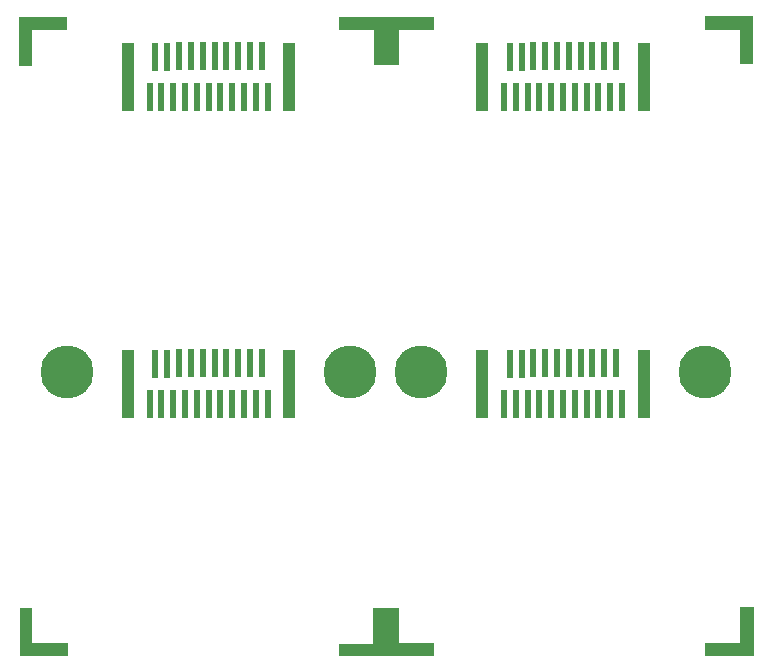
<source format=gbr>
%TF.GenerationSoftware,KiCad,Pcbnew,(6.0.0-0)*%
%TF.CreationDate,2022-03-16T23:04:28-04:00*%
%TF.ProjectId,for_stencil,666f725f-7374-4656-9e63-696c2e6b6963,rev?*%
%TF.SameCoordinates,Original*%
%TF.FileFunction,Paste,Bot*%
%TF.FilePolarity,Positive*%
%FSLAX46Y46*%
G04 Gerber Fmt 4.6, Leading zero omitted, Abs format (unit mm)*
G04 Created by KiCad (PCBNEW (6.0.0-0)) date 2022-03-16 23:04:28*
%MOMM*%
%LPD*%
G01*
G04 APERTURE LIST*
%ADD10C,0.100000*%
%ADD11R,1.000000X5.850000*%
%ADD12R,0.610000X2.410000*%
%ADD13C,4.500000*%
G04 APERTURE END LIST*
D10*
X121000000Y-35000000D02*
X118000000Y-35000000D01*
X118000000Y-35000000D02*
X118000000Y-33940000D01*
X118000000Y-33940000D02*
X122000000Y-33940000D01*
X122000000Y-33940000D02*
X122000000Y-37940000D01*
X122000000Y-37940000D02*
X121000000Y-37940000D01*
X121000000Y-37940000D02*
X121000000Y-35000000D01*
G36*
X122000000Y-37940000D02*
G01*
X121000000Y-37940000D01*
X121000000Y-35000000D01*
X118000000Y-35000000D01*
X118000000Y-33940000D01*
X122000000Y-33940000D01*
X122000000Y-37940000D01*
G37*
X122000000Y-37940000D02*
X121000000Y-37940000D01*
X121000000Y-35000000D01*
X118000000Y-35000000D01*
X118000000Y-33940000D01*
X122000000Y-33940000D01*
X122000000Y-37940000D01*
X123060000Y-34940000D02*
X123060000Y-37940000D01*
X123060000Y-37940000D02*
X122000000Y-37940000D01*
X122000000Y-37940000D02*
X122000000Y-33940000D01*
X122000000Y-33940000D02*
X126000000Y-33940000D01*
X126000000Y-33940000D02*
X126000000Y-34940000D01*
X126000000Y-34940000D02*
X123060000Y-34940000D01*
G36*
X126000000Y-34940000D02*
G01*
X123060000Y-34940000D01*
X123060000Y-37940000D01*
X122000000Y-37940000D01*
X122000000Y-33940000D01*
X126000000Y-33940000D01*
X126000000Y-34940000D01*
G37*
X126000000Y-34940000D02*
X123060000Y-34940000D01*
X123060000Y-37940000D01*
X122000000Y-37940000D01*
X122000000Y-33940000D01*
X126000000Y-33940000D01*
X126000000Y-34940000D01*
X152000000Y-34940000D02*
X149000000Y-34940000D01*
X149000000Y-34940000D02*
X149000000Y-33880000D01*
X149000000Y-33880000D02*
X153000000Y-33880000D01*
X153000000Y-33880000D02*
X153000000Y-37880000D01*
X153000000Y-37880000D02*
X152000000Y-37880000D01*
X152000000Y-37880000D02*
X152000000Y-34940000D01*
G36*
X153000000Y-37880000D02*
G01*
X152000000Y-37880000D01*
X152000000Y-34940000D01*
X149000000Y-34940000D01*
X149000000Y-33880000D01*
X153000000Y-33880000D01*
X153000000Y-37880000D01*
G37*
X153000000Y-37880000D02*
X152000000Y-37880000D01*
X152000000Y-34940000D01*
X149000000Y-34940000D01*
X149000000Y-33880000D01*
X153000000Y-33880000D01*
X153000000Y-37880000D01*
X92000000Y-34940000D02*
X92000000Y-38040000D01*
X92000000Y-38040000D02*
X90940000Y-38040000D01*
X90940000Y-38040000D02*
X90940000Y-33940000D01*
X90940000Y-33940000D02*
X94940000Y-33940000D01*
X94940000Y-33940000D02*
X94940000Y-34940000D01*
X94940000Y-34940000D02*
X92000000Y-34940000D01*
G36*
X94940000Y-34940000D02*
G01*
X92000000Y-34940000D01*
X92000000Y-38040000D01*
X90940000Y-38040000D01*
X90940000Y-33940000D01*
X94940000Y-33940000D01*
X94940000Y-34940000D01*
G37*
X94940000Y-34940000D02*
X92000000Y-34940000D01*
X92000000Y-38040000D01*
X90940000Y-38040000D01*
X90940000Y-33940000D01*
X94940000Y-33940000D01*
X94940000Y-34940000D01*
X120940000Y-87000000D02*
X120940000Y-84000000D01*
X120940000Y-84000000D02*
X122000000Y-84000000D01*
X122000000Y-84000000D02*
X122000000Y-88000000D01*
X122000000Y-88000000D02*
X118000000Y-88000000D01*
X118000000Y-88000000D02*
X118000000Y-87000000D01*
X118000000Y-87000000D02*
X120940000Y-87000000D01*
G36*
X122000000Y-88000000D02*
G01*
X118000000Y-88000000D01*
X118000000Y-87000000D01*
X120940000Y-87000000D01*
X120940000Y-84000000D01*
X122000000Y-84000000D01*
X122000000Y-88000000D01*
G37*
X122000000Y-88000000D02*
X118000000Y-88000000D01*
X118000000Y-87000000D01*
X120940000Y-87000000D01*
X120940000Y-84000000D01*
X122000000Y-84000000D01*
X122000000Y-88000000D01*
X123000000Y-86940000D02*
X126000000Y-86940000D01*
X126000000Y-86940000D02*
X126000000Y-88000000D01*
X126000000Y-88000000D02*
X122000000Y-88000000D01*
X122000000Y-88000000D02*
X122000000Y-84000000D01*
X122000000Y-84000000D02*
X123000000Y-84000000D01*
X123000000Y-84000000D02*
X123000000Y-86940000D01*
G36*
X123000000Y-86940000D02*
G01*
X126000000Y-86940000D01*
X126000000Y-88000000D01*
X122000000Y-88000000D01*
X122000000Y-84000000D01*
X123000000Y-84000000D01*
X123000000Y-86940000D01*
G37*
X123000000Y-86940000D02*
X126000000Y-86940000D01*
X126000000Y-88000000D01*
X122000000Y-88000000D01*
X122000000Y-84000000D01*
X123000000Y-84000000D01*
X123000000Y-86940000D01*
X152000000Y-86940000D02*
X152000000Y-83940000D01*
X152000000Y-83940000D02*
X153060000Y-83940000D01*
X153060000Y-83940000D02*
X153060000Y-87940000D01*
X153060000Y-87940000D02*
X149060000Y-87940000D01*
X149060000Y-87940000D02*
X149060000Y-86940000D01*
X149060000Y-86940000D02*
X152000000Y-86940000D01*
G36*
X153060000Y-87940000D02*
G01*
X149060000Y-87940000D01*
X149060000Y-86940000D01*
X152000000Y-86940000D01*
X152000000Y-83940000D01*
X153060000Y-83940000D01*
X153060000Y-87940000D01*
G37*
X153060000Y-87940000D02*
X149060000Y-87940000D01*
X149060000Y-86940000D01*
X152000000Y-86940000D01*
X152000000Y-83940000D01*
X153060000Y-83940000D01*
X153060000Y-87940000D01*
X92000000Y-86940000D02*
X95000000Y-86940000D01*
X95000000Y-86940000D02*
X95000000Y-88000000D01*
X95000000Y-88000000D02*
X91000000Y-88000000D01*
X91000000Y-88000000D02*
X91000000Y-84000000D01*
X91000000Y-84000000D02*
X92000000Y-84000000D01*
X92000000Y-84000000D02*
X92000000Y-86940000D01*
G36*
X92000000Y-86940000D02*
G01*
X95000000Y-86940000D01*
X95000000Y-88000000D01*
X91000000Y-88000000D01*
X91000000Y-84000000D01*
X92000000Y-84000000D01*
X92000000Y-86940000D01*
G37*
X92000000Y-86940000D02*
X95000000Y-86940000D01*
X95000000Y-88000000D01*
X91000000Y-88000000D01*
X91000000Y-84000000D01*
X92000000Y-84000000D01*
X92000000Y-86940000D01*
D11*
%TO.C,J1*%
X100173500Y-39000000D03*
X113826500Y-39000000D03*
D12*
X101996500Y-40720000D03*
X102996500Y-40720000D03*
X103996500Y-40720000D03*
X104996500Y-40720000D03*
X105996500Y-40720000D03*
X106996500Y-40720000D03*
X107996500Y-40720000D03*
X108996500Y-40720000D03*
X109996500Y-40720000D03*
X110996500Y-40720000D03*
X111996500Y-40720000D03*
X111496500Y-37280000D03*
X110496500Y-37280000D03*
X109496500Y-37280000D03*
X108496500Y-37280000D03*
X107496500Y-37280000D03*
X106496500Y-37280000D03*
X105496500Y-37280000D03*
X104496500Y-37280000D03*
X103496500Y-37320000D03*
X102496500Y-37320000D03*
%TD*%
D11*
%TO.C,J1*%
X130173500Y-39000000D03*
X143826500Y-39000000D03*
D12*
X131996500Y-40720000D03*
X132996500Y-40720000D03*
X133996500Y-40720000D03*
X134996500Y-40720000D03*
X135996500Y-40720000D03*
X136996500Y-40720000D03*
X137996500Y-40720000D03*
X138996500Y-40720000D03*
X139996500Y-40720000D03*
X140996500Y-40720000D03*
X141996500Y-40720000D03*
X141496500Y-37280000D03*
X140496500Y-37280000D03*
X139496500Y-37280000D03*
X138496500Y-37280000D03*
X137496500Y-37280000D03*
X136496500Y-37280000D03*
X135496500Y-37280000D03*
X134496500Y-37280000D03*
X133496500Y-37320000D03*
X132496500Y-37320000D03*
%TD*%
D13*
%TO.C,H1*%
X125000000Y-64000000D03*
%TD*%
D11*
%TO.C,J1*%
X130173500Y-65000000D03*
X143826500Y-65000000D03*
D12*
X131996500Y-66720000D03*
X132996500Y-66720000D03*
X133996500Y-66720000D03*
X134996500Y-66720000D03*
X135996500Y-66720000D03*
X136996500Y-66720000D03*
X137996500Y-66720000D03*
X138996500Y-66720000D03*
X139996500Y-66720000D03*
X140996500Y-66720000D03*
X141996500Y-66720000D03*
X141496500Y-63280000D03*
X140496500Y-63280000D03*
X139496500Y-63280000D03*
X138496500Y-63280000D03*
X137496500Y-63280000D03*
X136496500Y-63280000D03*
X135496500Y-63280000D03*
X134496500Y-63280000D03*
X133496500Y-63320000D03*
X132496500Y-63320000D03*
%TD*%
D13*
%TO.C,H2*%
X149000000Y-64000000D03*
%TD*%
%TO.C,H1*%
X95000000Y-64000000D03*
%TD*%
%TO.C,H2*%
X119000000Y-64000000D03*
%TD*%
D11*
%TO.C,J1*%
X100173500Y-65000000D03*
X113826500Y-65000000D03*
D12*
X101996500Y-66720000D03*
X102996500Y-66720000D03*
X103996500Y-66720000D03*
X104996500Y-66720000D03*
X105996500Y-66720000D03*
X106996500Y-66720000D03*
X107996500Y-66720000D03*
X108996500Y-66720000D03*
X109996500Y-66720000D03*
X110996500Y-66720000D03*
X111996500Y-66720000D03*
X111496500Y-63280000D03*
X110496500Y-63280000D03*
X109496500Y-63280000D03*
X108496500Y-63280000D03*
X107496500Y-63280000D03*
X106496500Y-63280000D03*
X105496500Y-63280000D03*
X104496500Y-63280000D03*
X103496500Y-63320000D03*
X102496500Y-63320000D03*
%TD*%
M02*

</source>
